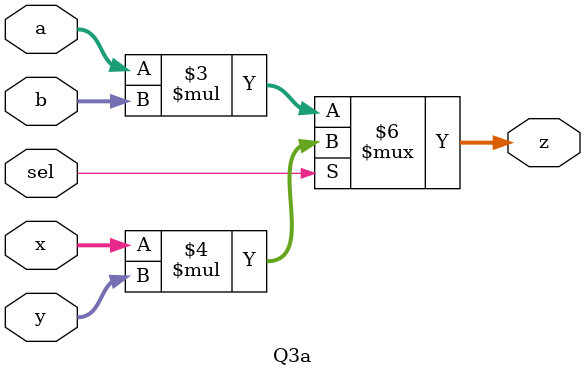
<source format=v>
module Q3a (
    input sel,input [3:0] a,input [3:0]b,input [3:0]x, input [3:0]y, output reg [7:0]z
);

always @(*) begin
        if (sel == 1'b0) begin
            z = a * b;
        end       
	    else begin
            z = x * y;
        end
    end

endmodule

</source>
